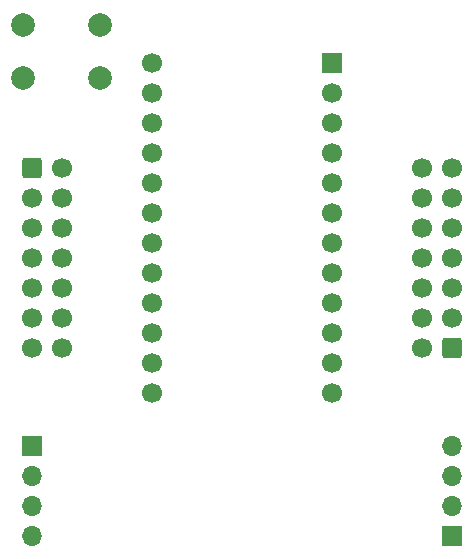
<source format=gbs>
%TF.GenerationSoftware,KiCad,Pcbnew,(6.0.7-1)-1*%
%TF.CreationDate,2022-08-30T19:37:27+08:00*%
%TF.ProjectId,Control,436f6e74-726f-46c2-9e6b-696361645f70,V3.2.2*%
%TF.SameCoordinates,PX7df6180PY32de760*%
%TF.FileFunction,Soldermask,Bot*%
%TF.FilePolarity,Negative*%
%FSLAX46Y46*%
G04 Gerber Fmt 4.6, Leading zero omitted, Abs format (unit mm)*
G04 Created by KiCad (PCBNEW (6.0.7-1)-1) date 2022-08-30 19:37:27*
%MOMM*%
%LPD*%
G01*
G04 APERTURE LIST*
G04 Aperture macros list*
%AMRoundRect*
0 Rectangle with rounded corners*
0 $1 Rounding radius*
0 $2 $3 $4 $5 $6 $7 $8 $9 X,Y pos of 4 corners*
0 Add a 4 corners polygon primitive as box body*
4,1,4,$2,$3,$4,$5,$6,$7,$8,$9,$2,$3,0*
0 Add four circle primitives for the rounded corners*
1,1,$1+$1,$2,$3*
1,1,$1+$1,$4,$5*
1,1,$1+$1,$6,$7*
1,1,$1+$1,$8,$9*
0 Add four rect primitives between the rounded corners*
20,1,$1+$1,$2,$3,$4,$5,0*
20,1,$1+$1,$4,$5,$6,$7,0*
20,1,$1+$1,$6,$7,$8,$9,0*
20,1,$1+$1,$8,$9,$2,$3,0*%
G04 Aperture macros list end*
%ADD10O,1.700000X1.700000*%
%ADD11R,1.700000X1.700000*%
%ADD12RoundRect,0.250000X-0.600000X-0.600000X0.600000X-0.600000X0.600000X0.600000X-0.600000X0.600000X0*%
%ADD13C,1.700000*%
%ADD14RoundRect,0.250000X0.600000X0.600000X-0.600000X0.600000X-0.600000X-0.600000X0.600000X-0.600000X0*%
%ADD15C,2.000000*%
G04 APERTURE END LIST*
D10*
%TO.C,J4*%
X25400000Y-32385000D03*
X25400000Y-34925000D03*
X25400000Y-37465000D03*
D11*
X25400000Y-40005000D03*
%TD*%
%TO.C,J3*%
X-10160000Y-32395000D03*
D10*
X-10160000Y-34935000D03*
X-10160000Y-37475000D03*
X-10160000Y-40015000D03*
%TD*%
D12*
%TO.C,J1*%
X-10160000Y-8890000D03*
D13*
X-7620000Y-8890000D03*
X-10160000Y-11430000D03*
X-7620000Y-11430000D03*
X-10160000Y-13970000D03*
X-7620000Y-13970000D03*
X-10160000Y-16510000D03*
X-7620000Y-16510000D03*
X-10160000Y-19050000D03*
X-7620000Y-19050000D03*
X-10160000Y-21590000D03*
X-7620000Y-21590000D03*
X-10160000Y-24130000D03*
X-7620000Y-24130000D03*
%TD*%
D14*
%TO.C,J2*%
X25400000Y-24130000D03*
D13*
X22860000Y-24130000D03*
X25400000Y-21590000D03*
X22860000Y-21590000D03*
X25400000Y-19050000D03*
X22860000Y-19050000D03*
X25400000Y-16510000D03*
X22860000Y-16510000D03*
X25400000Y-13970000D03*
X22860000Y-13970000D03*
X25400000Y-11430000D03*
X22860000Y-11430000D03*
X25400000Y-8890000D03*
X22860000Y-8890000D03*
%TD*%
D15*
%TO.C,SW1*%
X-10945000Y3230000D03*
X-10945000Y-1270000D03*
X-4445000Y3230000D03*
X-4445000Y-1270000D03*
%TD*%
D11*
%TO.C,U1*%
X15240000Y0D03*
D13*
X15240000Y-2540000D03*
X15240000Y-5080000D03*
X15240000Y-7620000D03*
X15240000Y-10160000D03*
X15240000Y-12700000D03*
X15240000Y-15240000D03*
X15240000Y-17780000D03*
X15240000Y-20320000D03*
X15240000Y-22860000D03*
X15240000Y-25400000D03*
X15240000Y-27940000D03*
X0Y-27940000D03*
X0Y-25400000D03*
X0Y-22860000D03*
X0Y-20320000D03*
X0Y-17780000D03*
X0Y-15240000D03*
X0Y-12700000D03*
X0Y-10160000D03*
X0Y-7620000D03*
X0Y-5080000D03*
X0Y-2540000D03*
X0Y0D03*
%TD*%
M02*

</source>
